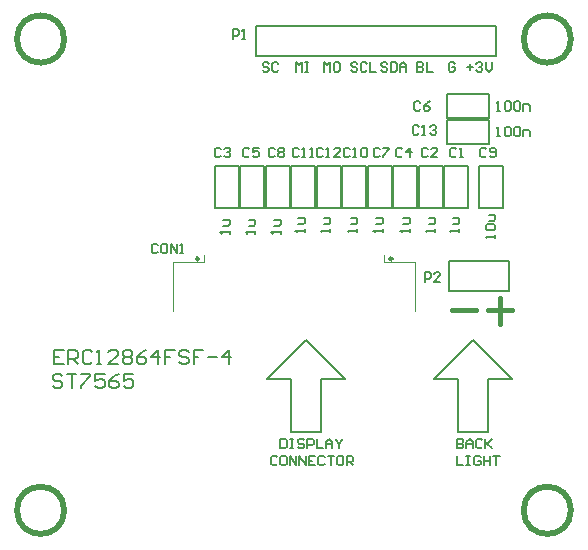
<source format=gto>
G04 Layer_Color=65535*
%FSAX25Y25*%
%MOIN*%
G70*
G01*
G75*
%ADD18C,0.01968*%
%ADD19C,0.00984*%
%ADD20C,0.01575*%
%ADD21C,0.00787*%
%ADD22C,0.00394*%
%ADD23C,0.00591*%
D18*
X0488236Y0243795D02*
G03*
X0488236Y0243795I-0007874J0000000D01*
G01*
Y0400882D02*
G03*
X0488236Y0400882I-0007874J0000000D01*
G01*
X0319339D02*
G03*
X0319339Y0400882I-0007874J0000000D01*
G01*
Y0243795D02*
G03*
X0319339Y0243795I-0007874J0000000D01*
G01*
D19*
X0364209Y0327610D02*
G03*
X0364209Y0327610I-0000492J0000000D01*
G01*
X0428776Y0327610D02*
G03*
X0428776Y0327610I-0000492J0000000D01*
G01*
D20*
X0448500Y0310500D02*
X0456500D01*
X0464500Y0306000D02*
Y0314500D01*
X0460500Y0310500D02*
X0468500D01*
D21*
X0442500Y0287500D02*
X0455500Y0300500D01*
Y0270000D02*
X0460500D01*
Y0287500D01*
X0450500Y0270000D02*
X0455500D01*
X0450500D02*
Y0287500D01*
X0442500D02*
X0450500D01*
X0455500Y0300500D02*
X0468500Y0287500D01*
X0460500D02*
X0468500D01*
X0405000D02*
X0413000D01*
X0400000Y0300500D02*
X0413000Y0287500D01*
X0387000D02*
X0395000D01*
Y0270000D02*
Y0287500D01*
Y0270000D02*
X0400000D01*
X0405000D02*
Y0287500D01*
X0400000Y0270000D02*
X0405000D01*
X0387000Y0287500D02*
X0400000Y0300500D01*
X0411500Y0344500D02*
Y0358500D01*
X0403500D02*
X0411500D01*
X0403500Y0344500D02*
Y0358500D01*
Y0344500D02*
X0411500D01*
X0446000D02*
Y0358500D01*
Y0344500D02*
X0454000D01*
Y0358500D01*
X0446000D02*
X0454000D01*
X0377500Y0344500D02*
Y0358500D01*
X0369500D02*
X0377500D01*
X0369500Y0344500D02*
Y0358500D01*
Y0344500D02*
X0377500D01*
X0437500D02*
Y0358500D01*
Y0344500D02*
X0445500D01*
Y0358500D01*
X0437500D02*
X0445500D01*
X0447000Y0382500D02*
X0461000D01*
X0447000Y0374500D02*
Y0382500D01*
Y0374500D02*
X0461000D01*
Y0382500D01*
X0386000Y0344500D02*
Y0358500D01*
X0378000D02*
X0386000D01*
X0378000Y0344500D02*
Y0358500D01*
Y0344500D02*
X0386000D01*
X0429000D02*
Y0358500D01*
Y0344500D02*
X0437000D01*
Y0358500D01*
X0429000D02*
X0437000D01*
X0465500Y0344500D02*
Y0358500D01*
X0457500D02*
X0465500D01*
X0457500Y0344500D02*
Y0358500D01*
Y0344500D02*
X0465500D01*
X0394500D02*
Y0358500D01*
X0386500D02*
X0394500D01*
X0386500Y0344500D02*
Y0358500D01*
Y0344500D02*
X0394500D01*
X0420500D02*
Y0358500D01*
Y0344500D02*
X0428500D01*
Y0358500D01*
X0420500D02*
X0428500D01*
X0447000Y0374000D02*
X0461000D01*
X0447000Y0366000D02*
Y0374000D01*
Y0366000D02*
X0461000D01*
Y0374000D01*
X0403000Y0344500D02*
Y0358500D01*
X0395000D02*
X0403000D01*
X0395000Y0344500D02*
Y0358500D01*
Y0344500D02*
X0403000D01*
X0420000D02*
Y0358500D01*
X0412000D02*
X0420000D01*
X0412000Y0344500D02*
Y0358500D01*
Y0344500D02*
X0420000D01*
X0447500Y0317000D02*
Y0327000D01*
X0467500D01*
Y0317000D02*
Y0327000D01*
X0447500Y0317000D02*
X0467500D01*
X0463354Y0395291D02*
Y0405291D01*
X0383354Y0395291D02*
X0463354D01*
X0383354D02*
Y0405291D01*
X0463354D01*
X0450287Y0267604D02*
Y0264456D01*
X0451862D01*
X0452387Y0264980D01*
Y0265505D01*
X0451862Y0266030D01*
X0450287D01*
X0451862D01*
X0452387Y0266554D01*
Y0267079D01*
X0451862Y0267604D01*
X0450287D01*
X0453436Y0264456D02*
Y0266554D01*
X0454486Y0267604D01*
X0455535Y0266554D01*
Y0264456D01*
Y0266030D01*
X0453436D01*
X0458684Y0267079D02*
X0458159Y0267604D01*
X0457109D01*
X0456585Y0267079D01*
Y0264980D01*
X0457109Y0264456D01*
X0458159D01*
X0458684Y0264980D01*
X0459733Y0267604D02*
Y0264456D01*
Y0265505D01*
X0461832Y0267604D01*
X0460258Y0266030D01*
X0461832Y0264456D01*
X0450287Y0261936D02*
Y0258787D01*
X0452387D01*
X0453436Y0261936D02*
X0454486D01*
X0453961D01*
Y0258787D01*
X0453436D01*
X0454486D01*
X0458159Y0261411D02*
X0457634Y0261936D01*
X0456585D01*
X0456060Y0261411D01*
Y0259312D01*
X0456585Y0258787D01*
X0457634D01*
X0458159Y0259312D01*
Y0260362D01*
X0457109D01*
X0459208Y0261936D02*
Y0258787D01*
Y0260362D01*
X0461307D01*
Y0261936D01*
Y0258787D01*
X0462357Y0261936D02*
X0464456D01*
X0463407D01*
Y0258787D01*
X0391436Y0267604D02*
Y0264456D01*
X0393010D01*
X0393535Y0264980D01*
Y0267079D01*
X0393010Y0267604D01*
X0391436D01*
X0394585D02*
X0395634D01*
X0395109D01*
Y0264456D01*
X0394585D01*
X0395634D01*
X0399307Y0267079D02*
X0398783Y0267604D01*
X0397733D01*
X0397208Y0267079D01*
Y0266554D01*
X0397733Y0266030D01*
X0398783D01*
X0399307Y0265505D01*
Y0264980D01*
X0398783Y0264456D01*
X0397733D01*
X0397208Y0264980D01*
X0400357Y0264456D02*
Y0267604D01*
X0401931D01*
X0402456Y0267079D01*
Y0266030D01*
X0401931Y0265505D01*
X0400357D01*
X0403506Y0267604D02*
Y0264456D01*
X0405605D01*
X0406654D02*
Y0266554D01*
X0407704Y0267604D01*
X0408753Y0266554D01*
Y0264456D01*
Y0266030D01*
X0406654D01*
X0409803Y0267604D02*
Y0267079D01*
X0410852Y0266030D01*
X0411902Y0267079D01*
Y0267604D01*
X0410852Y0266030D02*
Y0264456D01*
X0390387Y0261411D02*
X0389862Y0261936D01*
X0388812D01*
X0388287Y0261411D01*
Y0259312D01*
X0388812Y0258787D01*
X0389862D01*
X0390387Y0259312D01*
X0393010Y0261936D02*
X0391961D01*
X0391436Y0261411D01*
Y0259312D01*
X0391961Y0258787D01*
X0393010D01*
X0393535Y0259312D01*
Y0261411D01*
X0393010Y0261936D01*
X0394585Y0258787D02*
Y0261936D01*
X0396684Y0258787D01*
Y0261936D01*
X0397733Y0258787D02*
Y0261936D01*
X0399832Y0258787D01*
Y0261936D01*
X0402981D02*
X0400882D01*
Y0258787D01*
X0402981D01*
X0400882Y0260362D02*
X0401931D01*
X0406129Y0261411D02*
X0405605Y0261936D01*
X0404555D01*
X0404030Y0261411D01*
Y0259312D01*
X0404555Y0258787D01*
X0405605D01*
X0406129Y0259312D01*
X0407179Y0261936D02*
X0409278D01*
X0408228D01*
Y0258787D01*
X0411902Y0261936D02*
X0410852D01*
X0410327Y0261411D01*
Y0259312D01*
X0410852Y0258787D01*
X0411902D01*
X0412427Y0259312D01*
Y0261411D01*
X0411902Y0261936D01*
X0413476Y0258787D02*
Y0261936D01*
X0415050D01*
X0415575Y0261411D01*
Y0260362D01*
X0415050Y0259837D01*
X0413476D01*
X0414526D02*
X0415575Y0258787D01*
X0318649Y0288436D02*
X0317861Y0289223D01*
X0316287D01*
X0315500Y0288436D01*
Y0287649D01*
X0316287Y0286861D01*
X0317861D01*
X0318649Y0286074D01*
Y0285287D01*
X0317861Y0284500D01*
X0316287D01*
X0315500Y0285287D01*
X0320223Y0289223D02*
X0323372D01*
X0321797D01*
Y0284500D01*
X0324946Y0289223D02*
X0328094D01*
Y0288436D01*
X0324946Y0285287D01*
Y0284500D01*
X0332817Y0289223D02*
X0329669D01*
Y0286861D01*
X0331243Y0287649D01*
X0332030D01*
X0332817Y0286861D01*
Y0285287D01*
X0332030Y0284500D01*
X0330456D01*
X0329669Y0285287D01*
X0337540Y0289223D02*
X0335966Y0288436D01*
X0334391Y0286861D01*
Y0285287D01*
X0335179Y0284500D01*
X0336753D01*
X0337540Y0285287D01*
Y0286074D01*
X0336753Y0286861D01*
X0334391D01*
X0342263Y0289223D02*
X0339114D01*
Y0286861D01*
X0340689Y0287649D01*
X0341476D01*
X0342263Y0286861D01*
Y0285287D01*
X0341476Y0284500D01*
X0339901D01*
X0339114Y0285287D01*
X0319149Y0297223D02*
X0316000D01*
Y0292500D01*
X0319149D01*
X0316000Y0294861D02*
X0317574D01*
X0320723Y0292500D02*
Y0297223D01*
X0323084D01*
X0323871Y0296436D01*
Y0294861D01*
X0323084Y0294074D01*
X0320723D01*
X0322297D02*
X0323871Y0292500D01*
X0328594Y0296436D02*
X0327807Y0297223D01*
X0326233D01*
X0325446Y0296436D01*
Y0293287D01*
X0326233Y0292500D01*
X0327807D01*
X0328594Y0293287D01*
X0330169Y0292500D02*
X0331743D01*
X0330956D01*
Y0297223D01*
X0330169Y0296436D01*
X0337253Y0292500D02*
X0334104D01*
X0337253Y0295649D01*
Y0296436D01*
X0336466Y0297223D01*
X0334892D01*
X0334104Y0296436D01*
X0338827D02*
X0339614Y0297223D01*
X0341189D01*
X0341976Y0296436D01*
Y0295649D01*
X0341189Y0294861D01*
X0341976Y0294074D01*
Y0293287D01*
X0341189Y0292500D01*
X0339614D01*
X0338827Y0293287D01*
Y0294074D01*
X0339614Y0294861D01*
X0338827Y0295649D01*
Y0296436D01*
X0339614Y0294861D02*
X0341189D01*
X0346699Y0297223D02*
X0345124Y0296436D01*
X0343550Y0294861D01*
Y0293287D01*
X0344337Y0292500D01*
X0345912D01*
X0346699Y0293287D01*
Y0294074D01*
X0345912Y0294861D01*
X0343550D01*
X0350635Y0292500D02*
Y0297223D01*
X0348273Y0294861D01*
X0351422D01*
X0356144Y0297223D02*
X0352996D01*
Y0294861D01*
X0354570D01*
X0352996D01*
Y0292500D01*
X0360867Y0296436D02*
X0360080Y0297223D01*
X0358506D01*
X0357719Y0296436D01*
Y0295649D01*
X0358506Y0294861D01*
X0360080D01*
X0360867Y0294074D01*
Y0293287D01*
X0360080Y0292500D01*
X0358506D01*
X0357719Y0293287D01*
X0365590Y0297223D02*
X0362442D01*
Y0294861D01*
X0364016D01*
X0362442D01*
Y0292500D01*
X0367164Y0294861D02*
X0370313D01*
X0374249Y0292500D02*
Y0297223D01*
X0371887Y0294861D01*
X0375036D01*
X0453500Y0391574D02*
X0455599D01*
X0454550Y0392624D02*
Y0390525D01*
X0456649Y0392624D02*
X0457173Y0393149D01*
X0458223D01*
X0458748Y0392624D01*
Y0392099D01*
X0458223Y0391574D01*
X0457698D01*
X0458223D01*
X0458748Y0391050D01*
Y0390525D01*
X0458223Y0390000D01*
X0457173D01*
X0456649Y0390525D01*
X0459797Y0393149D02*
Y0391050D01*
X0460847Y0390000D01*
X0461896Y0391050D01*
Y0393149D01*
X0449599Y0392624D02*
X0449074Y0393149D01*
X0448025D01*
X0447500Y0392624D01*
Y0390525D01*
X0448025Y0390000D01*
X0449074D01*
X0449599Y0390525D01*
Y0391574D01*
X0448550D01*
X0437000Y0393149D02*
Y0390000D01*
X0438574D01*
X0439099Y0390525D01*
Y0391050D01*
X0438574Y0391574D01*
X0437000D01*
X0438574D01*
X0439099Y0392099D01*
Y0392624D01*
X0438574Y0393149D01*
X0437000D01*
X0440149D02*
Y0390000D01*
X0442248D01*
X0427099Y0392624D02*
X0426574Y0393149D01*
X0425525D01*
X0425000Y0392624D01*
Y0392099D01*
X0425525Y0391574D01*
X0426574D01*
X0427099Y0391050D01*
Y0390525D01*
X0426574Y0390000D01*
X0425525D01*
X0425000Y0390525D01*
X0428149Y0393149D02*
Y0390000D01*
X0429723D01*
X0430248Y0390525D01*
Y0392624D01*
X0429723Y0393149D01*
X0428149D01*
X0431297Y0390000D02*
Y0392099D01*
X0432347Y0393149D01*
X0433396Y0392099D01*
Y0390000D01*
Y0391574D01*
X0431297D01*
X0417099Y0392624D02*
X0416574Y0393149D01*
X0415525D01*
X0415000Y0392624D01*
Y0392099D01*
X0415525Y0391574D01*
X0416574D01*
X0417099Y0391050D01*
Y0390525D01*
X0416574Y0390000D01*
X0415525D01*
X0415000Y0390525D01*
X0420248Y0392624D02*
X0419723Y0393149D01*
X0418673D01*
X0418149Y0392624D01*
Y0390525D01*
X0418673Y0390000D01*
X0419723D01*
X0420248Y0390525D01*
X0421297Y0393149D02*
Y0390000D01*
X0423396D01*
X0406000D02*
Y0393149D01*
X0407050Y0392099D01*
X0408099Y0393149D01*
Y0390000D01*
X0410723Y0393149D02*
X0409673D01*
X0409149Y0392624D01*
Y0390525D01*
X0409673Y0390000D01*
X0410723D01*
X0411248Y0390525D01*
Y0392624D01*
X0410723Y0393149D01*
X0396500Y0390000D02*
Y0393149D01*
X0397550Y0392099D01*
X0398599Y0393149D01*
Y0390000D01*
X0399649Y0393149D02*
X0400698D01*
X0400173D01*
Y0390000D01*
X0399649D01*
X0400698D01*
X0387599Y0392624D02*
X0387074Y0393149D01*
X0386025D01*
X0385500Y0392624D01*
Y0392099D01*
X0386025Y0391574D01*
X0387074D01*
X0387599Y0391050D01*
Y0390525D01*
X0387074Y0390000D01*
X0386025D01*
X0385500Y0390525D01*
X0390748Y0392624D02*
X0390223Y0393149D01*
X0389173D01*
X0388649Y0392624D01*
Y0390525D01*
X0389173Y0390000D01*
X0390223D01*
X0390748Y0390525D01*
D22*
X0355646Y0310386D02*
Y0326429D01*
X0365980D01*
Y0328890D01*
X0426020Y0326429D02*
Y0328890D01*
Y0326429D02*
X0436354D01*
Y0310386D02*
Y0326429D01*
D23*
X0463500Y0368500D02*
X0464549D01*
X0464025D01*
Y0371649D01*
X0463500Y0371124D01*
X0466124D02*
X0466649Y0371649D01*
X0467698D01*
X0468223Y0371124D01*
Y0369025D01*
X0467698Y0368500D01*
X0466649D01*
X0466124Y0369025D01*
Y0371124D01*
X0469272D02*
X0469797Y0371649D01*
X0470847D01*
X0471372Y0371124D01*
Y0369025D01*
X0470847Y0368500D01*
X0469797D01*
X0469272Y0369025D01*
Y0371124D01*
X0472421Y0368500D02*
Y0370599D01*
X0473995D01*
X0474520Y0370074D01*
Y0368500D01*
X0463500Y0377000D02*
X0464549D01*
X0464025D01*
Y0380149D01*
X0463500Y0379624D01*
X0466124D02*
X0466649Y0380149D01*
X0467698D01*
X0468223Y0379624D01*
Y0377525D01*
X0467698Y0377000D01*
X0466649D01*
X0466124Y0377525D01*
Y0379624D01*
X0469272D02*
X0469797Y0380149D01*
X0470847D01*
X0471372Y0379624D01*
Y0377525D01*
X0470847Y0377000D01*
X0469797D01*
X0469272Y0377525D01*
Y0379624D01*
X0472421Y0377000D02*
Y0379099D01*
X0473995D01*
X0474520Y0378574D01*
Y0377000D01*
X0463000Y0334500D02*
Y0335549D01*
Y0335025D01*
X0459851D01*
X0460376Y0334500D01*
Y0337124D02*
X0459851Y0337649D01*
Y0338698D01*
X0460376Y0339223D01*
X0462475D01*
X0463000Y0338698D01*
Y0337649D01*
X0462475Y0337124D01*
X0460376D01*
X0460901Y0340272D02*
X0462475D01*
X0463000Y0340797D01*
Y0342372D01*
X0460901D01*
X0451000Y0336500D02*
Y0337549D01*
Y0337025D01*
X0447851D01*
X0448376Y0336500D01*
X0448901Y0339124D02*
X0450475D01*
X0451000Y0339649D01*
Y0341223D01*
X0448901D01*
X0443000Y0336500D02*
Y0337549D01*
Y0337025D01*
X0439851D01*
X0440376Y0336500D01*
X0440901Y0339124D02*
X0442475D01*
X0443000Y0339649D01*
Y0341223D01*
X0440901D01*
X0434500Y0336500D02*
Y0337549D01*
Y0337025D01*
X0431351D01*
X0431876Y0336500D01*
X0432401Y0339124D02*
X0433975D01*
X0434500Y0339649D01*
Y0341223D01*
X0432401D01*
X0425500Y0336500D02*
Y0337549D01*
Y0337025D01*
X0422351D01*
X0422876Y0336500D01*
X0423401Y0339124D02*
X0424975D01*
X0425500Y0339649D01*
Y0341223D01*
X0423401D01*
X0417000Y0336500D02*
Y0337549D01*
Y0337025D01*
X0413851D01*
X0414376Y0336500D01*
X0414901Y0339124D02*
X0416475D01*
X0417000Y0339649D01*
Y0341223D01*
X0414901D01*
X0408000Y0336500D02*
Y0337549D01*
Y0337025D01*
X0404851D01*
X0405376Y0336500D01*
X0405901Y0339124D02*
X0407475D01*
X0408000Y0339649D01*
Y0341223D01*
X0405901D01*
X0399500Y0336500D02*
Y0337549D01*
Y0337025D01*
X0396351D01*
X0396876Y0336500D01*
X0397401Y0339124D02*
X0398975D01*
X0399500Y0339649D01*
Y0341223D01*
X0397401D01*
X0391500Y0336000D02*
Y0337050D01*
Y0336525D01*
X0388351D01*
X0388876Y0336000D01*
X0389401Y0338624D02*
X0390975D01*
X0391500Y0339149D01*
Y0340723D01*
X0389401D01*
X0383000Y0336000D02*
Y0337050D01*
Y0336525D01*
X0379851D01*
X0380376Y0336000D01*
X0380901Y0338624D02*
X0382475D01*
X0383000Y0339149D01*
Y0340723D01*
X0380901D01*
X0374500Y0336000D02*
Y0337050D01*
Y0336525D01*
X0371351D01*
X0371876Y0336000D01*
X0372401Y0338624D02*
X0373975D01*
X0374500Y0339149D01*
Y0340723D01*
X0372401D01*
X0405599Y0364124D02*
X0405074Y0364649D01*
X0404025D01*
X0403500Y0364124D01*
Y0362025D01*
X0404025Y0361500D01*
X0405074D01*
X0405599Y0362025D01*
X0406649Y0361500D02*
X0407698D01*
X0407173D01*
Y0364649D01*
X0406649Y0364124D01*
X0411372Y0361500D02*
X0409272D01*
X0411372Y0363599D01*
Y0364124D01*
X0410847Y0364649D01*
X0409797D01*
X0409272Y0364124D01*
X0450099D02*
X0449574Y0364649D01*
X0448525D01*
X0448000Y0364124D01*
Y0362025D01*
X0448525Y0361500D01*
X0449574D01*
X0450099Y0362025D01*
X0451149Y0361500D02*
X0452198D01*
X0451673D01*
Y0364649D01*
X0451149Y0364124D01*
X0371599D02*
X0371074Y0364649D01*
X0370025D01*
X0369500Y0364124D01*
Y0362025D01*
X0370025Y0361500D01*
X0371074D01*
X0371599Y0362025D01*
X0372649Y0364124D02*
X0373173Y0364649D01*
X0374223D01*
X0374748Y0364124D01*
Y0363599D01*
X0374223Y0363074D01*
X0373698D01*
X0374223D01*
X0374748Y0362549D01*
Y0362025D01*
X0374223Y0361500D01*
X0373173D01*
X0372649Y0362025D01*
X0440599Y0364124D02*
X0440074Y0364649D01*
X0439025D01*
X0438500Y0364124D01*
Y0362025D01*
X0439025Y0361500D01*
X0440074D01*
X0440599Y0362025D01*
X0443748Y0361500D02*
X0441649D01*
X0443748Y0363599D01*
Y0364124D01*
X0443223Y0364649D01*
X0442173D01*
X0441649Y0364124D01*
X0438099Y0379624D02*
X0437574Y0380149D01*
X0436525D01*
X0436000Y0379624D01*
Y0377525D01*
X0436525Y0377000D01*
X0437574D01*
X0438099Y0377525D01*
X0441248Y0380149D02*
X0440198Y0379624D01*
X0439149Y0378574D01*
Y0377525D01*
X0439673Y0377000D01*
X0440723D01*
X0441248Y0377525D01*
Y0378049D01*
X0440723Y0378574D01*
X0439149D01*
X0381099Y0364124D02*
X0380574Y0364649D01*
X0379525D01*
X0379000Y0364124D01*
Y0362025D01*
X0379525Y0361500D01*
X0380574D01*
X0381099Y0362025D01*
X0384248Y0364649D02*
X0382149D01*
Y0363074D01*
X0383198Y0363599D01*
X0383723D01*
X0384248Y0363074D01*
Y0362025D01*
X0383723Y0361500D01*
X0382673D01*
X0382149Y0362025D01*
X0432099Y0364124D02*
X0431574Y0364649D01*
X0430525D01*
X0430000Y0364124D01*
Y0362025D01*
X0430525Y0361500D01*
X0431574D01*
X0432099Y0362025D01*
X0434723Y0361500D02*
Y0364649D01*
X0433149Y0363074D01*
X0435248D01*
X0460099Y0364124D02*
X0459574Y0364649D01*
X0458525D01*
X0458000Y0364124D01*
Y0362025D01*
X0458525Y0361500D01*
X0459574D01*
X0460099Y0362025D01*
X0461149D02*
X0461673Y0361500D01*
X0462723D01*
X0463248Y0362025D01*
Y0364124D01*
X0462723Y0364649D01*
X0461673D01*
X0461149Y0364124D01*
Y0363599D01*
X0461673Y0363074D01*
X0463248D01*
X0389599Y0364124D02*
X0389074Y0364649D01*
X0388025D01*
X0387500Y0364124D01*
Y0362025D01*
X0388025Y0361500D01*
X0389074D01*
X0389599Y0362025D01*
X0390649Y0364124D02*
X0391173Y0364649D01*
X0392223D01*
X0392748Y0364124D01*
Y0363599D01*
X0392223Y0363074D01*
X0392748Y0362549D01*
Y0362025D01*
X0392223Y0361500D01*
X0391173D01*
X0390649Y0362025D01*
Y0362549D01*
X0391173Y0363074D01*
X0390649Y0363599D01*
Y0364124D01*
X0391173Y0363074D02*
X0392223D01*
X0424599Y0364124D02*
X0424074Y0364649D01*
X0423025D01*
X0422500Y0364124D01*
Y0362025D01*
X0423025Y0361500D01*
X0424074D01*
X0424599Y0362025D01*
X0425649Y0364649D02*
X0427748D01*
Y0364124D01*
X0425649Y0362025D01*
Y0361500D01*
X0437599Y0371624D02*
X0437074Y0372149D01*
X0436025D01*
X0435500Y0371624D01*
Y0369525D01*
X0436025Y0369000D01*
X0437074D01*
X0437599Y0369525D01*
X0438649Y0369000D02*
X0439698D01*
X0439173D01*
Y0372149D01*
X0438649Y0371624D01*
X0441272D02*
X0441797Y0372149D01*
X0442847D01*
X0443371Y0371624D01*
Y0371099D01*
X0442847Y0370574D01*
X0442322D01*
X0442847D01*
X0443371Y0370050D01*
Y0369525D01*
X0442847Y0369000D01*
X0441797D01*
X0441272Y0369525D01*
X0397599Y0364124D02*
X0397074Y0364649D01*
X0396025D01*
X0395500Y0364124D01*
Y0362025D01*
X0396025Y0361500D01*
X0397074D01*
X0397599Y0362025D01*
X0398649Y0361500D02*
X0399698D01*
X0399173D01*
Y0364649D01*
X0398649Y0364124D01*
X0401272Y0361500D02*
X0402322D01*
X0401797D01*
Y0364649D01*
X0401272Y0364124D01*
X0414599D02*
X0414074Y0364649D01*
X0413025D01*
X0412500Y0364124D01*
Y0362025D01*
X0413025Y0361500D01*
X0414074D01*
X0414599Y0362025D01*
X0415649Y0361500D02*
X0416698D01*
X0416173D01*
Y0364649D01*
X0415649Y0364124D01*
X0418272D02*
X0418797Y0364649D01*
X0419847D01*
X0420371Y0364124D01*
Y0362025D01*
X0419847Y0361500D01*
X0418797D01*
X0418272Y0362025D01*
Y0364124D01*
X0439500Y0320000D02*
Y0323149D01*
X0441074D01*
X0441599Y0322624D01*
Y0321574D01*
X0441074Y0321049D01*
X0439500D01*
X0444748Y0320000D02*
X0442649D01*
X0444748Y0322099D01*
Y0322624D01*
X0444223Y0323149D01*
X0443173D01*
X0442649Y0322624D01*
X0350599Y0332124D02*
X0350074Y0332649D01*
X0349025D01*
X0348500Y0332124D01*
Y0330025D01*
X0349025Y0329500D01*
X0350074D01*
X0350599Y0330025D01*
X0353223Y0332649D02*
X0352173D01*
X0351649Y0332124D01*
Y0330025D01*
X0352173Y0329500D01*
X0353223D01*
X0353748Y0330025D01*
Y0332124D01*
X0353223Y0332649D01*
X0354797Y0329500D02*
Y0332649D01*
X0356896Y0329500D01*
Y0332649D01*
X0357946Y0329500D02*
X0358995D01*
X0358471D01*
Y0332649D01*
X0357946Y0332124D01*
X0375500Y0401000D02*
Y0404149D01*
X0377074D01*
X0377599Y0403624D01*
Y0402574D01*
X0377074Y0402049D01*
X0375500D01*
X0378649Y0401000D02*
X0379698D01*
X0379173D01*
Y0404149D01*
X0378649Y0403624D01*
M02*

</source>
